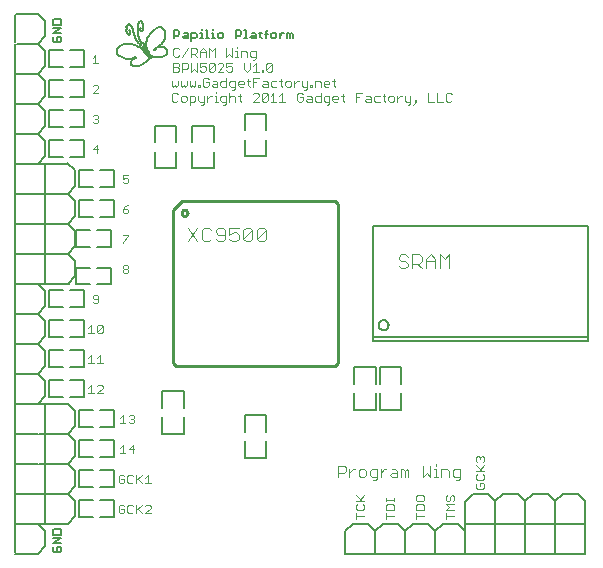
<source format=gto>
G75*
G70*
%OFA0B0*%
%FSLAX24Y24*%
%IPPOS*%
%LPD*%
%AMOC8*
5,1,8,0,0,1.08239X$1,22.5*
%
%ADD10C,0.0030*%
%ADD11C,0.0050*%
%ADD12C,0.0040*%
%ADD13C,0.0100*%
%ADD14C,0.0080*%
D10*
X003940Y001897D02*
X003989Y001849D01*
X004085Y001849D01*
X004134Y001897D01*
X004134Y001994D01*
X004037Y001994D01*
X003940Y002091D02*
X003940Y001897D01*
X003940Y002091D02*
X003989Y002139D01*
X004085Y002139D01*
X004134Y002091D01*
X004235Y002091D02*
X004235Y001897D01*
X004283Y001849D01*
X004380Y001849D01*
X004428Y001897D01*
X004530Y001849D02*
X004530Y002139D01*
X004428Y002091D02*
X004380Y002139D01*
X004283Y002139D01*
X004235Y002091D01*
X004530Y001946D02*
X004723Y002139D01*
X004824Y002091D02*
X004873Y002139D01*
X004969Y002139D01*
X005018Y002091D01*
X005018Y002042D01*
X004824Y001849D01*
X005018Y001849D01*
X004723Y001849D02*
X004578Y001994D01*
X004530Y002849D02*
X004530Y003139D01*
X004428Y003091D02*
X004380Y003139D01*
X004283Y003139D01*
X004235Y003091D01*
X004235Y002897D01*
X004283Y002849D01*
X004380Y002849D01*
X004428Y002897D01*
X004530Y002946D02*
X004723Y003139D01*
X004824Y003042D02*
X004921Y003139D01*
X004921Y002849D01*
X004824Y002849D02*
X005018Y002849D01*
X004723Y002849D02*
X004578Y002994D01*
X004134Y002994D02*
X004134Y002897D01*
X004085Y002849D01*
X003989Y002849D01*
X003940Y002897D01*
X003940Y003091D01*
X003989Y003139D01*
X004085Y003139D01*
X004134Y003091D01*
X004134Y002994D02*
X004037Y002994D01*
X004076Y003849D02*
X004076Y004139D01*
X003980Y004042D01*
X003980Y003849D02*
X004173Y003849D01*
X004274Y003994D02*
X004468Y003994D01*
X004419Y003849D02*
X004419Y004139D01*
X004274Y003994D01*
X004323Y004849D02*
X004274Y004897D01*
X004323Y004849D02*
X004419Y004849D01*
X004468Y004897D01*
X004468Y004946D01*
X004419Y004994D01*
X004371Y004994D01*
X004419Y004994D02*
X004468Y005042D01*
X004468Y005091D01*
X004419Y005139D01*
X004323Y005139D01*
X004274Y005091D01*
X004076Y005139D02*
X003980Y005042D01*
X004076Y005139D02*
X004076Y004849D01*
X003980Y004849D02*
X004173Y004849D01*
X003418Y005849D02*
X003224Y005849D01*
X003418Y006042D01*
X003418Y006091D01*
X003369Y006139D01*
X003273Y006139D01*
X003224Y006091D01*
X003026Y006139D02*
X003026Y005849D01*
X002930Y005849D02*
X003123Y005849D01*
X002930Y006042D02*
X003026Y006139D01*
X003026Y006849D02*
X003026Y007139D01*
X002930Y007042D01*
X002930Y006849D02*
X003123Y006849D01*
X003224Y006849D02*
X003418Y006849D01*
X003321Y006849D02*
X003321Y007139D01*
X003224Y007042D01*
X003273Y007849D02*
X003224Y007897D01*
X003418Y008091D01*
X003418Y007897D01*
X003369Y007849D01*
X003273Y007849D01*
X003224Y007897D02*
X003224Y008091D01*
X003273Y008139D01*
X003369Y008139D01*
X003418Y008091D01*
X003123Y007849D02*
X002930Y007849D01*
X003026Y007849D02*
X003026Y008139D01*
X002930Y008042D01*
X003123Y008849D02*
X003074Y008897D01*
X003123Y008849D02*
X003219Y008849D01*
X003268Y008897D01*
X003268Y009091D01*
X003219Y009139D01*
X003123Y009139D01*
X003074Y009091D01*
X003074Y009042D01*
X003123Y008994D01*
X003268Y008994D01*
X004123Y009849D02*
X004074Y009897D01*
X004074Y009946D01*
X004123Y009994D01*
X004219Y009994D01*
X004268Y009946D01*
X004268Y009897D01*
X004219Y009849D01*
X004123Y009849D01*
X004123Y009994D02*
X004074Y010042D01*
X004074Y010091D01*
X004123Y010139D01*
X004219Y010139D01*
X004268Y010091D01*
X004268Y010042D01*
X004219Y009994D01*
X004074Y010849D02*
X004074Y010897D01*
X004268Y011091D01*
X004268Y011139D01*
X004074Y011139D01*
X004123Y011849D02*
X004074Y011897D01*
X004074Y011994D01*
X004219Y011994D01*
X004268Y011946D01*
X004268Y011897D01*
X004219Y011849D01*
X004123Y011849D01*
X004074Y011994D02*
X004171Y012091D01*
X004268Y012139D01*
X004219Y012849D02*
X004123Y012849D01*
X004074Y012897D01*
X004074Y012994D02*
X004171Y013042D01*
X004219Y013042D01*
X004268Y012994D01*
X004268Y012897D01*
X004219Y012849D01*
X004074Y012994D02*
X004074Y013139D01*
X004268Y013139D01*
X003219Y013849D02*
X003219Y014139D01*
X003074Y013994D01*
X003268Y013994D01*
X003219Y014849D02*
X003123Y014849D01*
X003074Y014897D01*
X003171Y014994D02*
X003219Y014994D01*
X003268Y014946D01*
X003268Y014897D01*
X003219Y014849D01*
X003219Y014994D02*
X003268Y015042D01*
X003268Y015091D01*
X003219Y015139D01*
X003123Y015139D01*
X003074Y015091D01*
X003074Y015849D02*
X003268Y016042D01*
X003268Y016091D01*
X003219Y016139D01*
X003123Y016139D01*
X003074Y016091D01*
X003074Y015849D02*
X003268Y015849D01*
X003268Y016849D02*
X003074Y016849D01*
X003171Y016849D02*
X003171Y017139D01*
X003074Y017042D01*
X005719Y016262D02*
X005719Y016117D01*
X005767Y016069D01*
X005816Y016117D01*
X005864Y016069D01*
X005912Y016117D01*
X005912Y016262D01*
X006014Y016262D02*
X006014Y016117D01*
X006062Y016069D01*
X006110Y016117D01*
X006159Y016069D01*
X006207Y016117D01*
X006207Y016262D01*
X006308Y016262D02*
X006308Y016117D01*
X006357Y016069D01*
X006405Y016117D01*
X006453Y016069D01*
X006502Y016117D01*
X006502Y016262D01*
X006603Y016117D02*
X006603Y016069D01*
X006651Y016069D01*
X006651Y016117D01*
X006603Y016117D01*
X006750Y016117D02*
X006799Y016069D01*
X006895Y016069D01*
X006944Y016117D01*
X006944Y016214D01*
X006847Y016214D01*
X006944Y016311D02*
X006895Y016359D01*
X006799Y016359D01*
X006750Y016311D01*
X006750Y016117D01*
X007045Y016117D02*
X007093Y016069D01*
X007238Y016069D01*
X007238Y016214D01*
X007190Y016262D01*
X007093Y016262D01*
X007093Y016166D02*
X007238Y016166D01*
X007339Y016214D02*
X007388Y016262D01*
X007533Y016262D01*
X007533Y016359D02*
X007533Y016069D01*
X007388Y016069D01*
X007339Y016117D01*
X007339Y016214D01*
X007093Y016166D02*
X007045Y016117D01*
X007191Y015908D02*
X007191Y015859D01*
X007191Y015762D02*
X007191Y015569D01*
X007143Y015569D02*
X007240Y015569D01*
X007339Y015617D02*
X007388Y015569D01*
X007533Y015569D01*
X007533Y015521D02*
X007533Y015762D01*
X007388Y015762D01*
X007339Y015714D01*
X007339Y015617D01*
X007436Y015472D02*
X007485Y015472D01*
X007533Y015521D01*
X007634Y015569D02*
X007634Y015859D01*
X007682Y015762D02*
X007779Y015762D01*
X007828Y015714D01*
X007828Y015569D01*
X007977Y015617D02*
X008025Y015569D01*
X007977Y015617D02*
X007977Y015811D01*
X007929Y015762D02*
X008025Y015762D01*
X007977Y016069D02*
X007929Y016117D01*
X007929Y016214D01*
X007977Y016262D01*
X008074Y016262D01*
X008122Y016214D01*
X008122Y016166D01*
X007929Y016166D01*
X007977Y016069D02*
X008074Y016069D01*
X008272Y016117D02*
X008320Y016069D01*
X008272Y016117D02*
X008272Y016311D01*
X008320Y016262D02*
X008223Y016262D01*
X008420Y016214D02*
X008517Y016214D01*
X008613Y016359D02*
X008420Y016359D01*
X008420Y016069D01*
X008468Y015859D02*
X008420Y015811D01*
X008468Y015859D02*
X008565Y015859D01*
X008613Y015811D01*
X008613Y015762D01*
X008420Y015569D01*
X008613Y015569D01*
X008714Y015617D02*
X008714Y015811D01*
X008763Y015859D01*
X008860Y015859D01*
X008908Y015811D01*
X008714Y015617D01*
X008763Y015569D01*
X008860Y015569D01*
X008908Y015617D01*
X008908Y015811D01*
X009009Y015762D02*
X009106Y015859D01*
X009106Y015569D01*
X009009Y015569D02*
X009203Y015569D01*
X009304Y015569D02*
X009497Y015569D01*
X009400Y015569D02*
X009400Y015859D01*
X009304Y015762D01*
X009401Y016069D02*
X009352Y016117D01*
X009352Y016311D01*
X009304Y016262D02*
X009401Y016262D01*
X009500Y016214D02*
X009500Y016117D01*
X009549Y016069D01*
X009645Y016069D01*
X009694Y016117D01*
X009694Y016214D01*
X009645Y016262D01*
X009549Y016262D01*
X009500Y016214D01*
X009795Y016262D02*
X009795Y016069D01*
X009795Y016166D02*
X009892Y016262D01*
X009940Y016262D01*
X010040Y016262D02*
X010040Y016117D01*
X010089Y016069D01*
X010234Y016069D01*
X010234Y016021D02*
X010185Y015972D01*
X010137Y015972D01*
X010234Y016021D02*
X010234Y016262D01*
X010335Y016117D02*
X010335Y016069D01*
X010383Y016069D01*
X010383Y016117D01*
X010335Y016117D01*
X010482Y016069D02*
X010482Y016262D01*
X010627Y016262D01*
X010676Y016214D01*
X010676Y016069D01*
X010777Y016117D02*
X010777Y016214D01*
X010825Y016262D01*
X010922Y016262D01*
X010970Y016214D01*
X010970Y016166D01*
X010777Y016166D01*
X010777Y016117D02*
X010825Y016069D01*
X010922Y016069D01*
X011120Y016117D02*
X011168Y016069D01*
X011120Y016117D02*
X011120Y016311D01*
X011072Y016262D02*
X011168Y016262D01*
X011120Y015762D02*
X011072Y015714D01*
X011072Y015617D01*
X011120Y015569D01*
X011217Y015569D01*
X011265Y015666D02*
X011072Y015666D01*
X011120Y015762D02*
X011217Y015762D01*
X011265Y015714D01*
X011265Y015666D01*
X011366Y015762D02*
X011463Y015762D01*
X011415Y015811D02*
X011415Y015617D01*
X011463Y015569D01*
X011857Y015569D02*
X011857Y015859D01*
X012051Y015859D01*
X011954Y015714D02*
X011857Y015714D01*
X012152Y015617D02*
X012200Y015666D01*
X012345Y015666D01*
X012345Y015714D02*
X012345Y015569D01*
X012200Y015569D01*
X012152Y015617D01*
X012200Y015762D02*
X012297Y015762D01*
X012345Y015714D01*
X012447Y015714D02*
X012447Y015617D01*
X012495Y015569D01*
X012640Y015569D01*
X012790Y015617D02*
X012790Y015811D01*
X012838Y015762D02*
X012741Y015762D01*
X012640Y015762D02*
X012495Y015762D01*
X012447Y015714D01*
X012790Y015617D02*
X012838Y015569D01*
X012938Y015617D02*
X012986Y015569D01*
X013083Y015569D01*
X013131Y015617D01*
X013131Y015714D01*
X013083Y015762D01*
X012986Y015762D01*
X012938Y015714D01*
X012938Y015617D01*
X013232Y015569D02*
X013232Y015762D01*
X013232Y015666D02*
X013329Y015762D01*
X013377Y015762D01*
X013478Y015762D02*
X013478Y015617D01*
X013526Y015569D01*
X013671Y015569D01*
X013671Y015521D02*
X013623Y015472D01*
X013575Y015472D01*
X013671Y015521D02*
X013671Y015762D01*
X013821Y015617D02*
X013821Y015569D01*
X013869Y015569D01*
X013869Y015617D01*
X013821Y015617D01*
X013869Y015569D02*
X013772Y015472D01*
X014264Y015569D02*
X014457Y015569D01*
X014558Y015569D02*
X014752Y015569D01*
X014853Y015617D02*
X014853Y015811D01*
X014901Y015859D01*
X014998Y015859D01*
X015046Y015811D01*
X015046Y015617D02*
X014998Y015569D01*
X014901Y015569D01*
X014853Y015617D01*
X014558Y015569D02*
X014558Y015859D01*
X014264Y015859D02*
X014264Y015569D01*
X010970Y015569D02*
X010825Y015569D01*
X010777Y015617D01*
X010777Y015714D01*
X010825Y015762D01*
X010970Y015762D01*
X010970Y015521D01*
X010922Y015472D01*
X010874Y015472D01*
X010676Y015569D02*
X010531Y015569D01*
X010482Y015617D01*
X010482Y015714D01*
X010531Y015762D01*
X010676Y015762D01*
X010676Y015859D02*
X010676Y015569D01*
X010381Y015569D02*
X010381Y015714D01*
X010333Y015762D01*
X010236Y015762D01*
X010236Y015666D02*
X010381Y015666D01*
X010381Y015569D02*
X010236Y015569D01*
X010188Y015617D01*
X010236Y015666D01*
X010086Y015714D02*
X009990Y015714D01*
X010086Y015714D02*
X010086Y015617D01*
X010038Y015569D01*
X009941Y015569D01*
X009893Y015617D01*
X009893Y015811D01*
X009941Y015859D01*
X010038Y015859D01*
X010086Y015811D01*
X009203Y016069D02*
X009057Y016069D01*
X009009Y016117D01*
X009009Y016214D01*
X009057Y016262D01*
X009203Y016262D01*
X008908Y016214D02*
X008908Y016069D01*
X008763Y016069D01*
X008714Y016117D01*
X008763Y016166D01*
X008908Y016166D01*
X008908Y016214D02*
X008860Y016262D01*
X008763Y016262D01*
X008764Y016569D02*
X008715Y016569D01*
X008715Y016617D01*
X008764Y016617D01*
X008764Y016569D01*
X008863Y016617D02*
X009056Y016811D01*
X009056Y016617D01*
X009008Y016569D01*
X008911Y016569D01*
X008863Y016617D01*
X008863Y016811D01*
X008911Y016859D01*
X009008Y016859D01*
X009056Y016811D01*
X008614Y016569D02*
X008421Y016569D01*
X008517Y016569D02*
X008517Y016859D01*
X008421Y016762D01*
X008320Y016666D02*
X008320Y016859D01*
X008419Y016972D02*
X008468Y016972D01*
X008516Y017021D01*
X008516Y017262D01*
X008371Y017262D01*
X008323Y017214D01*
X008323Y017117D01*
X008371Y017069D01*
X008516Y017069D01*
X008221Y017069D02*
X008221Y017214D01*
X008173Y017262D01*
X008028Y017262D01*
X008028Y017069D01*
X007928Y017069D02*
X007831Y017069D01*
X007880Y017069D02*
X007880Y017262D01*
X007831Y017262D01*
X007880Y017359D02*
X007880Y017408D01*
X007730Y017359D02*
X007730Y017069D01*
X007634Y017166D01*
X007537Y017069D01*
X007537Y017359D01*
X007141Y017359D02*
X007141Y017069D01*
X006948Y017069D02*
X006948Y017359D01*
X007044Y017262D01*
X007141Y017359D01*
X006846Y017262D02*
X006846Y017069D01*
X006846Y017214D02*
X006653Y017214D01*
X006653Y017262D02*
X006750Y017359D01*
X006846Y017262D01*
X006653Y017262D02*
X006653Y017069D01*
X006552Y017069D02*
X006455Y017166D01*
X006503Y017166D02*
X006358Y017166D01*
X006358Y017069D02*
X006358Y017359D01*
X006503Y017359D01*
X006552Y017311D01*
X006552Y017214D01*
X006503Y017166D01*
X006552Y016859D02*
X006552Y016569D01*
X006455Y016666D01*
X006358Y016569D01*
X006358Y016859D01*
X006257Y016811D02*
X006209Y016859D01*
X006064Y016859D01*
X006064Y016569D01*
X006064Y016666D02*
X006209Y016666D01*
X006257Y016714D01*
X006257Y016811D01*
X005962Y016811D02*
X005962Y016762D01*
X005914Y016714D01*
X005769Y016714D01*
X005914Y016714D02*
X005962Y016666D01*
X005962Y016617D01*
X005914Y016569D01*
X005769Y016569D01*
X005769Y016859D01*
X005914Y016859D01*
X005962Y016811D01*
X005914Y017069D02*
X005962Y017117D01*
X005914Y017069D02*
X005817Y017069D01*
X005769Y017117D01*
X005769Y017311D01*
X005817Y017359D01*
X005914Y017359D01*
X005962Y017311D01*
X006064Y017069D02*
X006257Y017359D01*
X006653Y016859D02*
X006653Y016714D01*
X006750Y016762D01*
X006798Y016762D01*
X006846Y016714D01*
X006846Y016617D01*
X006798Y016569D01*
X006701Y016569D01*
X006653Y016617D01*
X006948Y016617D02*
X006948Y016811D01*
X006996Y016859D01*
X007093Y016859D01*
X007141Y016811D01*
X006948Y016617D01*
X006996Y016569D01*
X007093Y016569D01*
X007141Y016617D01*
X007141Y016811D01*
X007242Y016811D02*
X007291Y016859D01*
X007387Y016859D01*
X007436Y016811D01*
X007436Y016762D01*
X007242Y016569D01*
X007436Y016569D01*
X007537Y016617D02*
X007585Y016569D01*
X007682Y016569D01*
X007730Y016617D01*
X007730Y016714D01*
X007682Y016762D01*
X007634Y016762D01*
X007537Y016714D01*
X007537Y016859D01*
X007730Y016859D01*
X008126Y016859D02*
X008126Y016666D01*
X008223Y016569D01*
X008320Y016666D01*
X007828Y016262D02*
X007682Y016262D01*
X007634Y016214D01*
X007634Y016117D01*
X007682Y016069D01*
X007828Y016069D01*
X007828Y016021D02*
X007828Y016262D01*
X007828Y016021D02*
X007779Y015972D01*
X007731Y015972D01*
X007682Y015762D02*
X007634Y015714D01*
X007191Y015762D02*
X007143Y015762D01*
X007043Y015762D02*
X006994Y015762D01*
X006898Y015666D01*
X006898Y015762D02*
X006898Y015569D01*
X006796Y015569D02*
X006651Y015569D01*
X006603Y015617D01*
X006603Y015762D01*
X006502Y015714D02*
X006502Y015617D01*
X006453Y015569D01*
X006308Y015569D01*
X006308Y015472D02*
X006308Y015762D01*
X006453Y015762D01*
X006502Y015714D01*
X006207Y015714D02*
X006207Y015617D01*
X006159Y015569D01*
X006062Y015569D01*
X006014Y015617D01*
X006014Y015714D01*
X006062Y015762D01*
X006159Y015762D01*
X006207Y015714D01*
X005912Y015617D02*
X005864Y015569D01*
X005767Y015569D01*
X005719Y015617D01*
X005719Y015811D01*
X005767Y015859D01*
X005864Y015859D01*
X005912Y015811D01*
X006700Y015472D02*
X006748Y015472D01*
X006796Y015521D01*
X006796Y015762D01*
X006846Y016859D02*
X006653Y016859D01*
X015897Y003746D02*
X015945Y003746D01*
X015994Y003698D01*
X016042Y003746D01*
X016091Y003746D01*
X016139Y003698D01*
X016139Y003601D01*
X016091Y003553D01*
X016139Y003452D02*
X015994Y003307D01*
X016042Y003258D02*
X015849Y003452D01*
X015897Y003553D02*
X015849Y003601D01*
X015849Y003698D01*
X015897Y003746D01*
X015994Y003698D02*
X015994Y003650D01*
X015849Y003258D02*
X016139Y003258D01*
X016091Y003157D02*
X016139Y003109D01*
X016139Y003012D01*
X016091Y002964D01*
X015897Y002964D01*
X015849Y003012D01*
X015849Y003109D01*
X015897Y003157D01*
X015897Y002862D02*
X015849Y002814D01*
X015849Y002717D01*
X015897Y002669D01*
X016091Y002669D01*
X016139Y002717D01*
X016139Y002814D01*
X016091Y002862D01*
X015994Y002862D01*
X015994Y002766D01*
X015322Y003007D02*
X015322Y003316D01*
X015136Y003316D01*
X015075Y003254D01*
X015075Y003131D01*
X015136Y003069D01*
X015322Y003069D01*
X015322Y003007D02*
X015260Y002946D01*
X015198Y002946D01*
X014953Y003069D02*
X014953Y003254D01*
X014892Y003316D01*
X014706Y003316D01*
X014706Y003069D01*
X014584Y003069D02*
X014461Y003069D01*
X014523Y003069D02*
X014523Y003316D01*
X014461Y003316D01*
X014523Y003439D02*
X014523Y003501D01*
X014339Y003439D02*
X014339Y003069D01*
X014216Y003192D01*
X014093Y003069D01*
X014093Y003439D01*
X013603Y003254D02*
X013603Y003069D01*
X013479Y003069D02*
X013479Y003254D01*
X013541Y003316D01*
X013603Y003254D01*
X013479Y003254D02*
X013418Y003316D01*
X013356Y003316D01*
X013356Y003069D01*
X013234Y003069D02*
X013049Y003069D01*
X012988Y003131D01*
X013049Y003192D01*
X013234Y003192D01*
X013234Y003254D02*
X013234Y003069D01*
X013234Y003254D02*
X013173Y003316D01*
X013049Y003316D01*
X012866Y003316D02*
X012804Y003316D01*
X012681Y003192D01*
X012681Y003069D02*
X012681Y003316D01*
X012559Y003316D02*
X012559Y003007D01*
X012498Y002946D01*
X012436Y002946D01*
X012374Y003069D02*
X012312Y003131D01*
X012312Y003254D01*
X012374Y003316D01*
X012559Y003316D01*
X012559Y003069D02*
X012374Y003069D01*
X012191Y003131D02*
X012191Y003254D01*
X012129Y003316D01*
X012006Y003316D01*
X011944Y003254D01*
X011944Y003131D01*
X012006Y003069D01*
X012129Y003069D01*
X012191Y003131D01*
X011822Y003316D02*
X011761Y003316D01*
X011637Y003192D01*
X011637Y003069D02*
X011637Y003316D01*
X011516Y003378D02*
X011516Y003254D01*
X011454Y003192D01*
X011269Y003192D01*
X011269Y003069D02*
X011269Y003439D01*
X011454Y003439D01*
X011516Y003378D01*
X011849Y002452D02*
X012042Y002258D01*
X011994Y002307D02*
X012139Y002452D01*
X012139Y002258D02*
X011849Y002258D01*
X011897Y002157D02*
X011849Y002109D01*
X011849Y002012D01*
X011897Y001964D01*
X012091Y001964D01*
X012139Y002012D01*
X012139Y002109D01*
X012091Y002157D01*
X011849Y001862D02*
X011849Y001669D01*
X011849Y001766D02*
X012139Y001766D01*
X012849Y001766D02*
X013139Y001766D01*
X013139Y001964D02*
X012849Y001964D01*
X012849Y002109D01*
X012897Y002157D01*
X013091Y002157D01*
X013139Y002109D01*
X013139Y001964D01*
X012849Y001862D02*
X012849Y001669D01*
X012849Y002258D02*
X012849Y002355D01*
X012849Y002307D02*
X013139Y002307D01*
X013139Y002355D02*
X013139Y002258D01*
X013849Y002307D02*
X013897Y002258D01*
X014091Y002258D01*
X014139Y002307D01*
X014139Y002403D01*
X014091Y002452D01*
X013897Y002452D01*
X013849Y002403D01*
X013849Y002307D01*
X013897Y002157D02*
X013849Y002109D01*
X013849Y001964D01*
X014139Y001964D01*
X014139Y002109D01*
X014091Y002157D01*
X013897Y002157D01*
X013849Y001862D02*
X013849Y001669D01*
X013849Y001766D02*
X014139Y001766D01*
X014849Y001766D02*
X015139Y001766D01*
X015139Y001964D02*
X014849Y001964D01*
X014945Y002060D01*
X014849Y002157D01*
X015139Y002157D01*
X015091Y002258D02*
X015139Y002307D01*
X015139Y002403D01*
X015091Y002452D01*
X015042Y002452D01*
X014994Y002403D01*
X014994Y002307D01*
X014945Y002258D01*
X014897Y002258D01*
X014849Y002307D01*
X014849Y002403D01*
X014897Y002452D01*
X014849Y001862D02*
X014849Y001669D01*
D11*
X001254Y000504D02*
X000504Y000504D01*
X000504Y000554D02*
X000504Y001454D01*
X000534Y001494D02*
X001284Y001494D01*
X001254Y001504D02*
X001504Y001254D01*
X001504Y000754D01*
X001254Y000504D01*
X001759Y000599D02*
X001804Y000554D01*
X001984Y000554D01*
X002029Y000599D01*
X002029Y000689D01*
X001984Y000734D01*
X001894Y000734D01*
X001894Y000644D01*
X001804Y000734D02*
X001759Y000689D01*
X001759Y000599D01*
X001759Y000849D02*
X002029Y001029D01*
X001759Y001029D01*
X001759Y001143D02*
X001759Y001278D01*
X001804Y001323D01*
X001984Y001323D01*
X002029Y001278D01*
X002029Y001143D01*
X001759Y001143D01*
X001759Y000849D02*
X002029Y000849D01*
X002254Y001504D02*
X002504Y001754D01*
X002504Y002254D01*
X002254Y002504D01*
X002504Y002754D01*
X002504Y003254D01*
X002254Y003504D01*
X001304Y003504D01*
X001254Y003504D02*
X000504Y003504D01*
X000504Y004504D01*
X001254Y004504D01*
X001304Y004504D02*
X002254Y004504D01*
X002504Y004754D01*
X002504Y005254D01*
X002254Y005504D01*
X000504Y005504D01*
X000504Y006504D01*
X001244Y006504D01*
X001254Y006504D02*
X001504Y006754D01*
X001504Y007254D01*
X001254Y007504D01*
X001504Y007754D01*
X001504Y008254D01*
X001254Y008504D01*
X001504Y008754D01*
X001504Y009254D01*
X001254Y009504D01*
X001504Y009554D02*
X001504Y013454D01*
X001329Y013504D02*
X002279Y013504D01*
X002229Y013529D02*
X002479Y013279D01*
X002504Y013254D02*
X002504Y012754D01*
X002254Y012504D01*
X002504Y012254D01*
X002504Y011754D01*
X002254Y011504D01*
X002504Y011254D01*
X002504Y010754D01*
X002254Y010504D01*
X002504Y010254D01*
X002504Y009754D01*
X002254Y009504D01*
X002279Y009504D02*
X000529Y009504D01*
X000504Y008504D02*
X001244Y008504D01*
X001613Y008728D02*
X001613Y009280D01*
X002086Y009280D01*
X002322Y009280D02*
X002794Y009280D01*
X002794Y008728D01*
X002322Y008728D01*
X002086Y008728D02*
X001613Y008728D01*
X001613Y008280D02*
X001613Y007728D01*
X002086Y007728D01*
X002322Y007728D02*
X002794Y007728D01*
X002794Y008280D01*
X002322Y008280D01*
X002086Y008280D02*
X001613Y008280D01*
X001244Y007504D02*
X000504Y007504D01*
X000504Y008504D01*
X000504Y017504D01*
X000504Y017554D02*
X000504Y018454D01*
X000534Y018494D02*
X001284Y018494D01*
X001254Y018504D02*
X001504Y018254D01*
X001504Y017754D01*
X001254Y017504D01*
X001504Y017254D01*
X001504Y016754D01*
X001254Y016504D01*
X001504Y016254D01*
X001504Y015754D01*
X001254Y015504D01*
X001504Y015254D01*
X001504Y014754D01*
X001254Y014504D01*
X001504Y014254D01*
X001504Y013754D01*
X001254Y013504D01*
X001279Y013504D02*
X000529Y013504D01*
X000529Y014504D02*
X001279Y014504D01*
X001613Y014728D02*
X001613Y015280D01*
X002086Y015280D01*
X002322Y015280D02*
X002794Y015280D01*
X002794Y014728D01*
X002322Y014728D01*
X002086Y014728D02*
X001613Y014728D01*
X001613Y014280D02*
X001613Y013728D01*
X002086Y013728D01*
X002322Y013728D02*
X002794Y013728D01*
X002794Y014280D01*
X002322Y014280D01*
X002086Y014280D02*
X001613Y014280D01*
X001279Y015504D02*
X000529Y015504D01*
X001613Y015728D02*
X001613Y016280D01*
X002086Y016280D01*
X002322Y016280D02*
X002794Y016280D01*
X002794Y015728D01*
X002322Y015728D01*
X002086Y015728D02*
X001613Y015728D01*
X001279Y016504D02*
X000529Y016504D01*
X000554Y017504D02*
X001304Y017504D01*
X001613Y017280D02*
X001613Y016728D01*
X002086Y016728D01*
X002322Y016728D02*
X002794Y016728D01*
X002794Y017280D01*
X002322Y017280D01*
X002086Y017280D02*
X001613Y017280D01*
X001804Y017554D02*
X001984Y017554D01*
X002029Y017599D01*
X002029Y017689D01*
X001984Y017734D01*
X001894Y017734D01*
X001894Y017644D01*
X001804Y017734D02*
X001759Y017689D01*
X001759Y017599D01*
X001804Y017554D01*
X001759Y017849D02*
X002029Y018029D01*
X001759Y018029D01*
X001759Y018143D02*
X001759Y018278D01*
X001804Y018323D01*
X001984Y018323D01*
X002029Y018278D01*
X002029Y018143D01*
X001759Y018143D01*
X001759Y017849D02*
X002029Y017849D01*
X003954Y017104D02*
X004004Y017079D01*
X003954Y017104D02*
X003935Y017115D01*
X003918Y017129D01*
X003903Y017145D01*
X003892Y017164D01*
X003884Y017185D01*
X003880Y017207D01*
X003879Y017229D01*
X003883Y017260D01*
X003891Y017291D01*
X003901Y017320D01*
X003916Y017348D01*
X003933Y017374D01*
X003953Y017398D01*
X003976Y017420D01*
X004002Y017438D01*
X004029Y017454D01*
X004504Y017679D02*
X004498Y017705D01*
X004490Y017730D01*
X004479Y017754D01*
X004604Y017804D02*
X004629Y017704D01*
X004529Y017629D02*
X004518Y017644D01*
X004510Y017661D01*
X004504Y017679D01*
X004578Y017553D02*
X004585Y017543D01*
X004593Y017535D01*
X004603Y017528D01*
X004604Y017529D02*
X004654Y017479D01*
X004779Y017454D02*
X004777Y017434D01*
X004773Y017414D01*
X004765Y017396D01*
X004754Y017379D01*
X004779Y017354D02*
X004954Y017129D01*
X004929Y017179D02*
X004804Y017354D01*
X004829Y017354D02*
X004879Y017279D01*
X004754Y017279D02*
X004679Y017354D01*
X004654Y017379D01*
X004604Y017404D02*
X004554Y017429D01*
X004404Y017479D01*
X004579Y017554D02*
X004565Y017581D01*
X004548Y017606D01*
X004529Y017629D01*
X004654Y017479D02*
X004665Y017470D01*
X004677Y017462D01*
X004690Y017457D01*
X004704Y017454D01*
X004704Y017479D01*
X004729Y017529D01*
X004754Y017529D01*
X004762Y017528D01*
X004769Y017524D01*
X004774Y017519D01*
X004778Y017512D01*
X004779Y017504D01*
X004779Y017454D01*
X004804Y017379D02*
X004817Y017381D01*
X004829Y017386D01*
X004839Y017394D01*
X004847Y017404D01*
X004852Y017416D01*
X004854Y017429D01*
X004854Y017454D01*
X004854Y017429D02*
X004854Y017404D01*
X004829Y017379D02*
X004816Y017381D01*
X004804Y017386D01*
X004794Y017394D01*
X004786Y017404D01*
X004781Y017416D01*
X004779Y017429D01*
X004753Y017380D02*
X004744Y017369D01*
X004733Y017361D01*
X004720Y017356D01*
X004706Y017352D01*
X004692Y017352D01*
X004679Y017355D01*
X004754Y017329D02*
X004979Y017079D01*
X004954Y017054D02*
X004964Y017044D01*
X004976Y017036D01*
X004990Y017031D01*
X005004Y017029D01*
X005014Y017030D01*
X005023Y017035D01*
X005030Y017042D01*
X005035Y017051D01*
X005036Y017061D01*
X005034Y017070D01*
X005029Y017079D01*
X005054Y017079D02*
X005038Y017082D01*
X005021Y017083D01*
X005006Y017079D01*
X004991Y017073D01*
X004978Y017063D01*
X004967Y017050D01*
X004959Y017036D01*
X004955Y017021D01*
X004954Y017004D01*
X005329Y017404D02*
X005361Y017402D01*
X005393Y017398D01*
X005424Y017390D01*
X005454Y017379D01*
X005029Y017079D02*
X005007Y017108D01*
X004988Y017139D01*
X004970Y017171D01*
X004954Y017204D01*
X005129Y017304D02*
X005154Y017304D01*
X005129Y017304D02*
X005125Y017308D01*
X005122Y017313D01*
X005122Y017319D01*
X005125Y017324D01*
X005129Y017328D01*
X005154Y017304D02*
X005167Y017306D01*
X005179Y017311D01*
X005189Y017319D01*
X005197Y017329D01*
X005202Y017341D01*
X005204Y017354D01*
X005254Y017404D01*
X005329Y017404D01*
X004854Y017454D02*
X004855Y017493D01*
X004860Y017531D01*
X004867Y017569D01*
X004876Y017607D01*
X004889Y017643D01*
X004904Y017679D01*
X004729Y017529D02*
X004706Y017554D01*
X004685Y017581D01*
X004667Y017609D01*
X004652Y017640D01*
X004639Y017671D01*
X004629Y017704D01*
X004704Y017929D02*
X004679Y017954D01*
X004704Y017929D02*
X004707Y017924D01*
X004713Y017920D01*
X004719Y017920D01*
X004725Y017924D01*
X004728Y017929D01*
X004679Y017954D02*
X004670Y017964D01*
X004665Y017977D01*
X004663Y017991D01*
X004665Y018005D01*
X004670Y018017D01*
X004679Y018028D01*
X004179Y017004D02*
X004119Y017025D01*
X004060Y017050D01*
X004004Y017079D01*
X004029Y017454D02*
X004068Y017471D01*
X004109Y017484D01*
X004150Y017494D01*
X004193Y017501D01*
X004235Y017504D01*
X004278Y017503D01*
X004321Y017498D01*
X004363Y017490D01*
X004404Y017479D01*
X004529Y017029D02*
X004492Y017013D01*
X004455Y017000D01*
X004416Y016990D01*
X004376Y016984D01*
X004336Y016981D01*
X004296Y016982D01*
X004257Y016986D01*
X004217Y016993D01*
X004179Y017004D01*
X004354Y016904D02*
X004379Y016954D01*
X004954Y017204D02*
X004942Y017229D01*
X004929Y017254D01*
X004954Y017004D02*
X004939Y016980D01*
X004921Y016958D01*
X004900Y016937D01*
X004878Y016919D01*
X004854Y016904D01*
X004529Y017029D02*
X004528Y017037D01*
X004524Y017044D01*
X004519Y017049D01*
X004512Y017053D01*
X004504Y017054D01*
X004479Y017054D01*
X004404Y016779D02*
X004438Y016769D01*
X004473Y016763D01*
X004509Y016760D01*
X004545Y016761D01*
X004580Y016766D01*
X004614Y016775D01*
X004647Y016788D01*
X004679Y016804D01*
X004404Y016779D02*
X004389Y016787D01*
X004376Y016796D01*
X004364Y016809D01*
X004355Y016823D01*
X004349Y016839D01*
X004345Y016855D01*
X004345Y016872D01*
X004348Y016889D01*
X004354Y016904D01*
X004429Y017029D02*
X004439Y017039D01*
X004451Y017047D01*
X004465Y017052D01*
X004479Y017054D01*
X004653Y017378D02*
X004642Y017387D01*
X004630Y017395D01*
X004617Y017400D01*
X004603Y017403D01*
X004304Y017804D02*
X004279Y017804D01*
X004254Y017829D01*
X004304Y017804D02*
X004329Y017829D01*
X004329Y017929D01*
X004304Y017954D01*
X004204Y017979D02*
X004202Y017956D01*
X004203Y017932D01*
X004208Y017909D01*
X004215Y017887D01*
X004225Y017866D01*
X004238Y017846D01*
X004254Y017829D01*
X004429Y017929D02*
X004425Y017956D01*
X004418Y017983D01*
X004408Y018008D01*
X004395Y018032D01*
X004379Y018054D01*
X004279Y018153D02*
X004262Y018149D01*
X004246Y018142D01*
X004232Y018132D01*
X004221Y018119D01*
X004212Y018104D01*
X004206Y018088D01*
X004203Y018071D01*
X004204Y018054D01*
X004729Y017929D02*
X004741Y017972D01*
X004749Y018015D01*
X004753Y018059D01*
X004754Y018104D01*
X004704Y018254D02*
X004697Y018261D01*
X004689Y018265D01*
X004679Y018267D01*
X004669Y018265D01*
X004661Y018261D01*
X004654Y018254D01*
X004378Y018054D02*
X004352Y018091D01*
X004328Y018129D01*
X004329Y018129D02*
X004322Y018138D01*
X004313Y018146D01*
X004302Y018151D01*
X004291Y018154D01*
X004279Y018154D01*
X004704Y018254D02*
X004721Y018227D01*
X004735Y018198D01*
X004745Y018168D01*
X004751Y018136D01*
X004754Y018104D01*
X004430Y017929D02*
X004434Y017893D01*
X004442Y017857D01*
X004452Y017822D01*
X004465Y017787D01*
X004480Y017754D01*
X004204Y017978D02*
X004207Y018003D01*
X004207Y018029D01*
X004204Y018053D01*
X005129Y017328D02*
X005188Y017362D01*
X005245Y017398D01*
X005300Y017437D01*
X005354Y017478D01*
X005229Y017055D02*
X005194Y017054D01*
X005158Y017056D01*
X005123Y017062D01*
X005088Y017069D01*
X005054Y017080D01*
X005329Y017054D02*
X005355Y017055D01*
X005381Y017059D01*
X005406Y017067D01*
X005429Y017079D01*
X005554Y017254D02*
X005549Y017277D01*
X005540Y017299D01*
X005528Y017320D01*
X005513Y017338D01*
X005495Y017355D01*
X005476Y017368D01*
X005454Y017379D01*
X005554Y017254D02*
X005556Y017234D01*
X005555Y017214D01*
X005550Y017194D01*
X005543Y017175D01*
X005532Y017158D01*
X005519Y017142D01*
X005504Y017129D01*
X004903Y017679D02*
X004927Y017726D01*
X004953Y017771D01*
X004983Y017814D01*
X005014Y017855D01*
X005049Y017895D01*
X005086Y017932D01*
X005125Y017966D01*
X005166Y017998D01*
X005209Y018028D01*
X005254Y018055D01*
X005254Y018054D02*
X005270Y018061D01*
X005287Y018066D01*
X005304Y018067D01*
X005321Y018066D01*
X005338Y018061D01*
X005354Y018054D01*
X004579Y018029D02*
X004580Y017972D01*
X004584Y017916D01*
X004592Y017860D01*
X004604Y017804D01*
X005429Y017079D02*
X005467Y017103D01*
X005504Y017129D01*
X005779Y017679D02*
X005779Y017949D01*
X005914Y017949D01*
X005959Y017904D01*
X005959Y017814D01*
X005914Y017769D01*
X005779Y017769D01*
X006074Y017724D02*
X006119Y017769D01*
X006254Y017769D01*
X006254Y017814D02*
X006254Y017679D01*
X006119Y017679D01*
X006074Y017724D01*
X006119Y017859D02*
X006209Y017859D01*
X006254Y017814D01*
X006368Y017859D02*
X006503Y017859D01*
X006548Y017814D01*
X006548Y017724D01*
X006503Y017679D01*
X006368Y017679D01*
X006368Y017589D02*
X006368Y017859D01*
X004929Y017254D02*
X004902Y017303D01*
X004877Y017353D01*
X004854Y017404D01*
X005354Y017478D02*
X005381Y017503D01*
X005406Y017530D01*
X005429Y017560D01*
X005449Y017591D01*
X005466Y017624D01*
X005480Y017658D01*
X005491Y017694D01*
X005499Y017730D01*
X005503Y017767D01*
X005504Y017804D01*
X005502Y017834D01*
X005497Y017864D01*
X005488Y017894D01*
X005477Y017922D01*
X005463Y017949D01*
X005446Y017974D01*
X005426Y017997D01*
X005404Y018019D01*
X005380Y018037D01*
X005354Y018053D01*
X004654Y018254D02*
X004635Y018225D01*
X004619Y018195D01*
X004606Y018163D01*
X004595Y018130D01*
X004587Y018097D01*
X004581Y018063D01*
X004579Y018029D01*
X004429Y017029D02*
X004403Y016992D01*
X004379Y016954D01*
X005229Y017054D02*
X005279Y017055D01*
X005329Y017054D01*
X006663Y017679D02*
X006753Y017679D01*
X006708Y017679D02*
X006708Y017859D01*
X006663Y017859D01*
X006708Y017949D02*
X006708Y017994D01*
X006859Y017949D02*
X006904Y017949D01*
X006904Y017679D01*
X006859Y017679D02*
X006949Y017679D01*
X007056Y017679D02*
X007146Y017679D01*
X007101Y017679D02*
X007101Y017859D01*
X007056Y017859D01*
X007101Y017949D02*
X007101Y017994D01*
X007252Y017814D02*
X007252Y017724D01*
X007297Y017679D01*
X007387Y017679D01*
X007432Y017724D01*
X007432Y017814D01*
X007387Y017859D01*
X007297Y017859D01*
X007252Y017814D01*
X007841Y017769D02*
X007976Y017769D01*
X008022Y017814D01*
X008022Y017904D01*
X007976Y017949D01*
X007841Y017949D01*
X007841Y017679D01*
X008136Y017679D02*
X008226Y017679D01*
X008181Y017679D02*
X008181Y017949D01*
X008136Y017949D01*
X008377Y017859D02*
X008468Y017859D01*
X008513Y017814D01*
X008513Y017679D01*
X008377Y017679D01*
X008332Y017724D01*
X008377Y017769D01*
X008513Y017769D01*
X008627Y017859D02*
X008717Y017859D01*
X008672Y017904D02*
X008672Y017724D01*
X008717Y017679D01*
X008869Y017679D02*
X008869Y017904D01*
X008914Y017949D01*
X008914Y017814D02*
X008824Y017814D01*
X009020Y017814D02*
X009020Y017724D01*
X009065Y017679D01*
X009155Y017679D01*
X009200Y017724D01*
X009200Y017814D01*
X009155Y017859D01*
X009065Y017859D01*
X009020Y017814D01*
X009315Y017769D02*
X009405Y017859D01*
X009450Y017859D01*
X009560Y017859D02*
X009560Y017679D01*
X009650Y017679D02*
X009650Y017814D01*
X009695Y017859D01*
X009740Y017814D01*
X009740Y017679D01*
X009650Y017814D02*
X009605Y017859D01*
X009560Y017859D01*
X009315Y017859D02*
X009315Y017679D01*
X008858Y015163D02*
X008150Y015163D01*
X008150Y014611D01*
X008150Y014296D02*
X008150Y013745D01*
X008858Y013745D01*
X008858Y014296D01*
X008858Y014611D02*
X008858Y015163D01*
X007108Y014763D02*
X007108Y014211D01*
X007108Y013896D02*
X007108Y013345D01*
X006400Y013345D01*
X006400Y013896D01*
X006400Y014211D02*
X006400Y014763D01*
X007108Y014763D01*
X005858Y014763D02*
X005858Y014211D01*
X005858Y013896D02*
X005858Y013345D01*
X005150Y013345D01*
X005150Y013896D01*
X005150Y014211D02*
X005150Y014763D01*
X005858Y014763D01*
X003794Y013280D02*
X003794Y012728D01*
X003322Y012728D01*
X003086Y012728D02*
X002613Y012728D01*
X002613Y013280D01*
X003086Y013280D01*
X003322Y013280D02*
X003794Y013280D01*
X003794Y012280D02*
X003322Y012280D01*
X003086Y012280D02*
X002613Y012280D01*
X002613Y011728D01*
X003086Y011728D01*
X003322Y011728D02*
X003794Y011728D01*
X003794Y012280D01*
X003694Y011280D02*
X003222Y011280D01*
X002986Y011280D02*
X002513Y011280D01*
X002513Y010728D01*
X002986Y010728D01*
X003222Y010728D02*
X003694Y010728D01*
X003694Y011280D01*
X002279Y010504D02*
X000529Y010504D01*
X000529Y011504D02*
X002219Y011504D01*
X002219Y012504D02*
X000529Y012504D01*
X002513Y010030D02*
X002513Y009478D01*
X002986Y009478D01*
X003222Y009478D02*
X003694Y009478D01*
X003694Y010030D01*
X003222Y010030D01*
X002986Y010030D02*
X002513Y010030D01*
X000504Y008504D02*
X000494Y008504D01*
X000504Y007504D02*
X000504Y006504D01*
X000494Y006504D01*
X001254Y006504D02*
X001504Y006254D01*
X001504Y005754D01*
X001254Y005504D01*
X001504Y005454D02*
X001504Y002554D01*
X001534Y002494D02*
X002284Y002494D01*
X002613Y002280D02*
X002613Y001728D01*
X003086Y001728D01*
X003322Y001728D02*
X003794Y001728D01*
X003794Y002280D01*
X003322Y002280D01*
X003086Y002280D02*
X002613Y002280D01*
X002613Y002728D02*
X002613Y003280D01*
X003086Y003280D01*
X003322Y003280D02*
X003794Y003280D01*
X003794Y002728D01*
X003322Y002728D01*
X003086Y002728D02*
X002613Y002728D01*
X002004Y002504D02*
X000514Y002504D01*
X001504Y002454D02*
X001504Y001554D01*
X002264Y001504D02*
X000554Y001504D01*
X000504Y001504D02*
X000504Y003504D01*
X000504Y004504D02*
X000504Y005504D01*
X001613Y005728D02*
X001613Y006280D01*
X002086Y006280D01*
X002322Y006280D02*
X002794Y006280D01*
X002794Y005728D01*
X002322Y005728D01*
X002086Y005728D02*
X001613Y005728D01*
X001613Y006728D02*
X001613Y007280D01*
X002086Y007280D01*
X002322Y007280D02*
X002794Y007280D01*
X002794Y006728D01*
X002322Y006728D01*
X002086Y006728D02*
X001613Y006728D01*
X002613Y005280D02*
X002613Y004728D01*
X003086Y004728D01*
X003322Y004728D02*
X003794Y004728D01*
X003794Y005280D01*
X003322Y005280D01*
X003086Y005280D02*
X002613Y005280D01*
X002254Y004504D02*
X002504Y004254D01*
X002504Y003754D01*
X002254Y003504D01*
X002613Y003728D02*
X002613Y004280D01*
X003086Y004280D01*
X003322Y004280D02*
X003794Y004280D01*
X003794Y003728D01*
X003322Y003728D01*
X003086Y003728D02*
X002613Y003728D01*
X005400Y004495D02*
X006108Y004495D01*
X006108Y005046D01*
X006108Y005361D02*
X006108Y005913D01*
X005400Y005913D01*
X005400Y005361D01*
X005400Y005046D02*
X005400Y004495D01*
X008150Y004561D02*
X008150Y005113D01*
X008858Y005113D01*
X008858Y004561D01*
X008858Y004246D02*
X008858Y003695D01*
X008150Y003695D01*
X008150Y004246D01*
X004678Y016804D02*
X004853Y016904D01*
X004954Y017054D02*
X004890Y017132D01*
X004824Y017207D01*
X004754Y017279D01*
X011800Y006713D02*
X012508Y006713D01*
X012508Y006161D01*
X012650Y006161D02*
X012650Y006713D01*
X013358Y006713D01*
X013358Y006161D01*
X013358Y005846D02*
X013358Y005295D01*
X012650Y005295D01*
X012650Y005846D01*
X012508Y005846D02*
X012508Y005295D01*
X011800Y005295D01*
X011800Y005846D01*
X011800Y006161D02*
X011800Y006713D01*
X015754Y002504D02*
X016254Y002504D01*
X016504Y002254D01*
X016754Y002504D01*
X017254Y002504D01*
X017504Y002254D01*
X017754Y002504D01*
X018254Y002504D01*
X018504Y002254D01*
X018754Y002504D01*
X019254Y002504D01*
X019504Y002254D01*
X019504Y002249D02*
X019504Y000529D01*
X019504Y000504D02*
X011504Y000504D01*
X011504Y001254D01*
X011754Y001504D01*
X012254Y001504D01*
X012504Y001254D01*
X012754Y001504D01*
X013254Y001504D01*
X013504Y001254D01*
X013754Y001504D01*
X014254Y001504D01*
X014504Y001254D01*
X014754Y001504D01*
X015254Y001504D01*
X015504Y001254D01*
X015514Y001504D02*
X019154Y001504D01*
X019254Y001504D01*
X019494Y001504D01*
X018504Y002279D02*
X018504Y000529D01*
X017504Y000529D02*
X017504Y002219D01*
X016504Y002219D02*
X016504Y000529D01*
X015504Y000529D02*
X015504Y002249D01*
X015509Y002259D02*
X015749Y002499D01*
X014504Y001279D02*
X014504Y000529D01*
X013504Y000529D02*
X013504Y001279D01*
X012504Y001279D02*
X012504Y000529D01*
D12*
X013351Y010024D02*
X013274Y010101D01*
X013351Y010024D02*
X013504Y010024D01*
X013581Y010101D01*
X013581Y010177D01*
X013504Y010254D01*
X013351Y010254D01*
X013274Y010331D01*
X013274Y010408D01*
X013351Y010484D01*
X013504Y010484D01*
X013581Y010408D01*
X013734Y010484D02*
X013964Y010484D01*
X014041Y010408D01*
X014041Y010254D01*
X013964Y010177D01*
X013734Y010177D01*
X013734Y010024D02*
X013734Y010484D01*
X013888Y010177D02*
X014041Y010024D01*
X014195Y010024D02*
X014195Y010331D01*
X014348Y010484D01*
X014502Y010331D01*
X014502Y010024D01*
X014655Y010024D02*
X014655Y010484D01*
X014808Y010331D01*
X014962Y010484D01*
X014962Y010024D01*
X014502Y010254D02*
X014195Y010254D01*
X008865Y010990D02*
X008788Y010914D01*
X008635Y010914D01*
X008558Y010990D01*
X008865Y011297D01*
X008865Y010990D01*
X008558Y010990D02*
X008558Y011297D01*
X008635Y011374D01*
X008788Y011374D01*
X008865Y011297D01*
X008405Y011297D02*
X008405Y010990D01*
X008328Y010914D01*
X008174Y010914D01*
X008098Y010990D01*
X008405Y011297D01*
X008328Y011374D01*
X008174Y011374D01*
X008098Y011297D01*
X008098Y010990D01*
X007944Y010990D02*
X007944Y011144D01*
X007867Y011221D01*
X007791Y011221D01*
X007637Y011144D01*
X007637Y011374D01*
X007944Y011374D01*
X007944Y010990D02*
X007867Y010914D01*
X007714Y010914D01*
X007637Y010990D01*
X007484Y010990D02*
X007484Y011297D01*
X007407Y011374D01*
X007254Y011374D01*
X007177Y011297D01*
X007177Y011221D01*
X007254Y011144D01*
X007484Y011144D01*
X007484Y010990D02*
X007407Y010914D01*
X007254Y010914D01*
X007177Y010990D01*
X007023Y010990D02*
X006947Y010914D01*
X006793Y010914D01*
X006717Y010990D01*
X006717Y011297D01*
X006793Y011374D01*
X006947Y011374D01*
X007023Y011297D01*
X006563Y011374D02*
X006256Y010914D01*
X006563Y010914D02*
X006256Y011374D01*
D13*
X006044Y011866D02*
X006046Y011885D01*
X006051Y011904D01*
X006061Y011920D01*
X006073Y011935D01*
X006088Y011947D01*
X006104Y011957D01*
X006123Y011962D01*
X006142Y011964D01*
X006161Y011962D01*
X006180Y011957D01*
X006196Y011947D01*
X006211Y011935D01*
X006223Y011920D01*
X006233Y011904D01*
X006238Y011885D01*
X006240Y011866D01*
X006238Y011847D01*
X006233Y011828D01*
X006223Y011812D01*
X006211Y011797D01*
X006196Y011785D01*
X006180Y011775D01*
X006161Y011770D01*
X006142Y011768D01*
X006123Y011770D01*
X006104Y011775D01*
X006088Y011785D01*
X006073Y011797D01*
X006061Y011812D01*
X006051Y011828D01*
X006046Y011847D01*
X006044Y011866D01*
X005748Y011965D02*
X006043Y012260D01*
X011161Y012260D01*
X011260Y012161D01*
X011260Y006846D01*
X011161Y006748D01*
X005846Y006748D01*
X005748Y006846D01*
X005748Y011965D01*
D14*
X012421Y011423D02*
X012421Y007742D01*
X019587Y007742D01*
X019587Y011423D01*
X012421Y011423D01*
X012609Y008126D02*
X012611Y008151D01*
X012617Y008176D01*
X012626Y008200D01*
X012639Y008222D01*
X012656Y008242D01*
X012675Y008259D01*
X012696Y008273D01*
X012720Y008283D01*
X012744Y008290D01*
X012770Y008293D01*
X012795Y008292D01*
X012820Y008287D01*
X012844Y008278D01*
X012867Y008266D01*
X012887Y008251D01*
X012905Y008232D01*
X012920Y008211D01*
X012931Y008188D01*
X012939Y008164D01*
X012943Y008139D01*
X012943Y008113D01*
X012939Y008088D01*
X012931Y008064D01*
X012920Y008041D01*
X012905Y008020D01*
X012887Y008001D01*
X012867Y007986D01*
X012844Y007974D01*
X012820Y007965D01*
X012795Y007960D01*
X012770Y007959D01*
X012744Y007962D01*
X012720Y007969D01*
X012696Y007979D01*
X012675Y007993D01*
X012656Y008010D01*
X012639Y008030D01*
X012626Y008052D01*
X012617Y008076D01*
X012611Y008101D01*
X012609Y008126D01*
X012421Y007742D02*
X012421Y007585D01*
X019587Y007585D01*
X019587Y007742D01*
M02*

</source>
